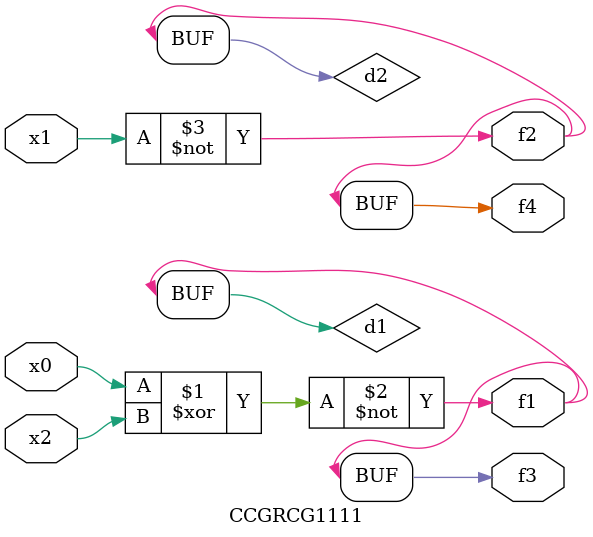
<source format=v>
module CCGRCG1111(
	input x0, x1, x2,
	output f1, f2, f3, f4
);

	wire d1, d2, d3;

	xnor (d1, x0, x2);
	nand (d2, x1);
	nor (d3, x1, x2);
	assign f1 = d1;
	assign f2 = d2;
	assign f3 = d1;
	assign f4 = d2;
endmodule

</source>
